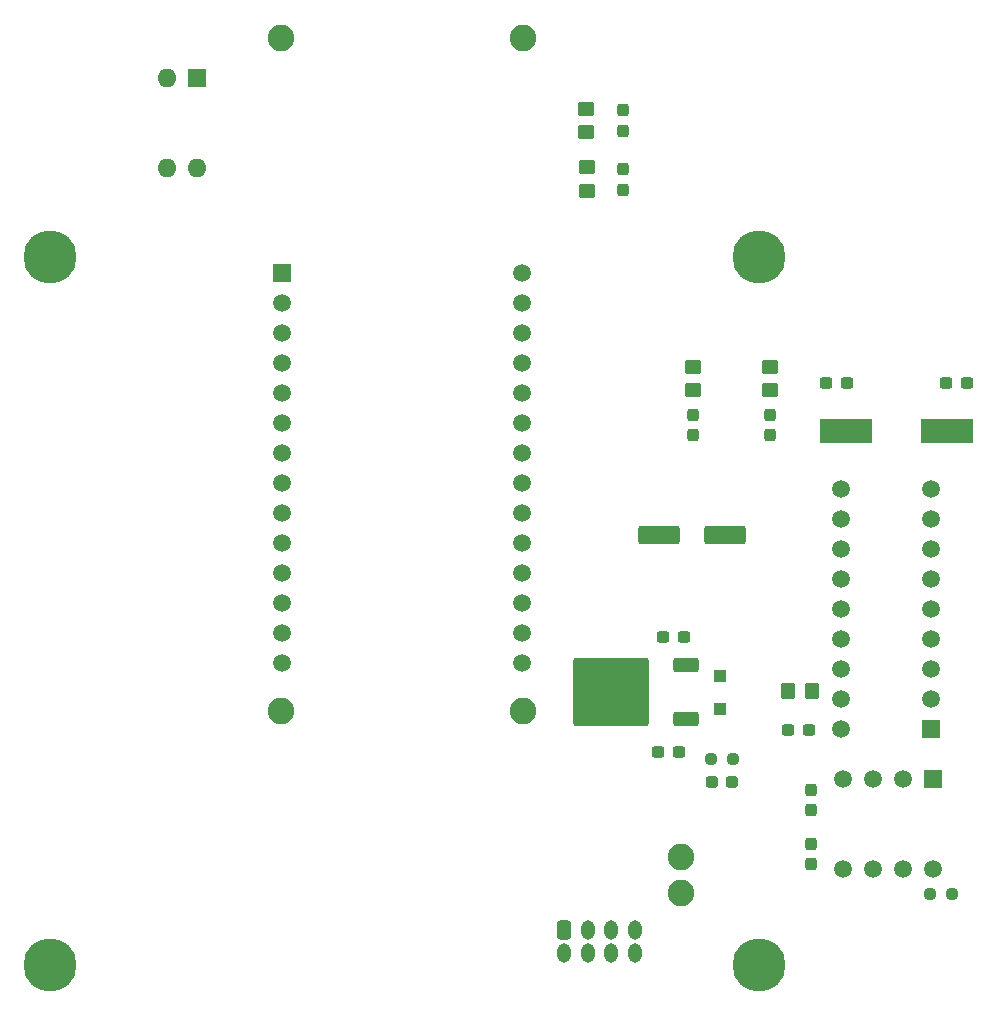
<source format=gbr>
%TF.GenerationSoftware,KiCad,Pcbnew,7.0.1-0*%
%TF.CreationDate,2023-05-25T18:20:17+09:00*%
%TF.ProjectId,AirData,41697244-6174-4612-9e6b-696361645f70,rev?*%
%TF.SameCoordinates,Original*%
%TF.FileFunction,Soldermask,Top*%
%TF.FilePolarity,Negative*%
%FSLAX46Y46*%
G04 Gerber Fmt 4.6, Leading zero omitted, Abs format (unit mm)*
G04 Created by KiCad (PCBNEW 7.0.1-0) date 2023-05-25 18:20:17*
%MOMM*%
%LPD*%
G01*
G04 APERTURE LIST*
G04 Aperture macros list*
%AMRoundRect*
0 Rectangle with rounded corners*
0 $1 Rounding radius*
0 $2 $3 $4 $5 $6 $7 $8 $9 X,Y pos of 4 corners*
0 Add a 4 corners polygon primitive as box body*
4,1,4,$2,$3,$4,$5,$6,$7,$8,$9,$2,$3,0*
0 Add four circle primitives for the rounded corners*
1,1,$1+$1,$2,$3*
1,1,$1+$1,$4,$5*
1,1,$1+$1,$6,$7*
1,1,$1+$1,$8,$9*
0 Add four rect primitives between the rounded corners*
20,1,$1+$1,$2,$3,$4,$5,0*
20,1,$1+$1,$4,$5,$6,$7,0*
20,1,$1+$1,$6,$7,$8,$9,0*
20,1,$1+$1,$8,$9,$2,$3,0*%
G04 Aperture macros list end*
%ADD10C,4.500000*%
%ADD11RoundRect,0.237500X0.300000X0.237500X-0.300000X0.237500X-0.300000X-0.237500X0.300000X-0.237500X0*%
%ADD12RoundRect,0.237500X0.237500X-0.300000X0.237500X0.300000X-0.237500X0.300000X-0.237500X-0.300000X0*%
%ADD13RoundRect,0.250000X-0.450000X0.350000X-0.450000X-0.350000X0.450000X-0.350000X0.450000X0.350000X0*%
%ADD14RoundRect,0.250000X-0.350000X-0.560000X0.350000X-0.560000X0.350000X0.560000X-0.350000X0.560000X0*%
%ADD15O,1.200000X1.650000*%
%ADD16R,4.500000X2.000000*%
%ADD17C,2.250000*%
%ADD18R,1.508000X1.508000*%
%ADD19C,1.508000*%
%ADD20R,1.600000X1.600000*%
%ADD21O,1.600000X1.600000*%
%ADD22R,1.500000X1.500000*%
%ADD23C,1.500000*%
%ADD24RoundRect,0.250000X-1.500000X-0.550000X1.500000X-0.550000X1.500000X0.550000X-1.500000X0.550000X0*%
%ADD25RoundRect,0.237500X0.287500X0.237500X-0.287500X0.237500X-0.287500X-0.237500X0.287500X-0.237500X0*%
%ADD26RoundRect,0.237500X0.237500X-0.287500X0.237500X0.287500X-0.237500X0.287500X-0.237500X-0.287500X0*%
%ADD27RoundRect,0.237500X-0.300000X-0.237500X0.300000X-0.237500X0.300000X0.237500X-0.300000X0.237500X0*%
%ADD28RoundRect,0.237500X-0.237500X0.287500X-0.237500X-0.287500X0.237500X-0.287500X0.237500X0.287500X0*%
%ADD29RoundRect,0.237500X0.250000X0.237500X-0.250000X0.237500X-0.250000X-0.237500X0.250000X-0.237500X0*%
%ADD30RoundRect,0.250000X0.300000X-0.300000X0.300000X0.300000X-0.300000X0.300000X-0.300000X-0.300000X0*%
%ADD31RoundRect,0.250000X0.850000X0.350000X-0.850000X0.350000X-0.850000X-0.350000X0.850000X-0.350000X0*%
%ADD32RoundRect,0.249997X2.950003X2.650003X-2.950003X2.650003X-2.950003X-2.650003X2.950003X-2.650003X0*%
%ADD33RoundRect,0.237500X-0.250000X-0.237500X0.250000X-0.237500X0.250000X0.237500X-0.250000X0.237500X0*%
%ADD34RoundRect,0.250000X-0.350000X-0.450000X0.350000X-0.450000X0.350000X0.450000X-0.350000X0.450000X0*%
G04 APERTURE END LIST*
D10*
%TO.C,REF\u002A\u002A*%
X178500000Y-75000000D03*
%TD*%
D11*
%TO.C,C2*%
X171712500Y-116949432D03*
X169987500Y-116949432D03*
%TD*%
D12*
%TO.C,C3*%
X182917000Y-126462700D03*
X182917000Y-124737700D03*
%TD*%
D13*
%TO.C,R4*%
X179454800Y-84337700D03*
X179454800Y-86337700D03*
%TD*%
D11*
%TO.C,C1*%
X196098500Y-85695432D03*
X194373500Y-85695432D03*
%TD*%
%TO.C,C6*%
X172112500Y-107199432D03*
X170387500Y-107199432D03*
%TD*%
D14*
%TO.C,J1*%
X162000000Y-132000000D03*
D15*
X162000000Y-134000000D03*
X164000000Y-132000000D03*
X164000000Y-134000000D03*
X166000000Y-132000000D03*
X166000000Y-134000000D03*
X168000000Y-132000000D03*
X168000000Y-134000000D03*
%TD*%
D16*
%TO.C,Y1*%
X185906000Y-89759432D03*
X194406000Y-89759432D03*
%TD*%
D10*
%TO.C,REF\u002A\u002A*%
X118500000Y-135000000D03*
%TD*%
D17*
%TO.C,U4*%
X158512500Y-56475000D03*
X138012500Y-56475000D03*
X158512500Y-113475000D03*
X138012500Y-113475000D03*
D18*
X138102500Y-76359800D03*
D19*
X138102500Y-78899800D03*
X138102500Y-81439800D03*
X138102500Y-83979800D03*
X138102500Y-86519800D03*
X138102500Y-89059800D03*
X138102500Y-91599800D03*
X138102500Y-94139800D03*
X138102500Y-96679800D03*
X138102500Y-99219800D03*
X138102500Y-101759800D03*
X138102500Y-104299800D03*
X138102500Y-106839800D03*
X138102500Y-109379800D03*
X158422500Y-109379800D03*
X158422500Y-106839800D03*
X158422500Y-104299800D03*
X158422500Y-101759800D03*
X158422500Y-99219800D03*
X158422500Y-96679800D03*
X158422500Y-94139800D03*
X158422500Y-91599800D03*
X158422500Y-89059800D03*
X158422500Y-86519800D03*
X158422500Y-83979800D03*
X158422500Y-81439800D03*
X158422500Y-78899800D03*
X158422500Y-76359800D03*
%TD*%
D20*
%TO.C,SW1*%
X130950000Y-59874432D03*
D21*
X128410000Y-59874432D03*
X128410000Y-67494432D03*
X130950000Y-67494432D03*
%TD*%
D10*
%TO.C,REF\u002A\u002A*%
X178500000Y-135000000D03*
%TD*%
D13*
%TO.C,R6*%
X163954800Y-67412700D03*
X163954800Y-69412700D03*
%TD*%
D22*
%TO.C,U1*%
X193254800Y-119200200D03*
D23*
X190714800Y-119200200D03*
X188174800Y-119200200D03*
X185634800Y-119200200D03*
X185634800Y-126820200D03*
X188174800Y-126820200D03*
X190714800Y-126820200D03*
X193254800Y-126820200D03*
%TD*%
D13*
%TO.C,R7*%
X163867300Y-62487700D03*
X163867300Y-64487700D03*
%TD*%
D17*
%TO.C,TP1*%
X171900000Y-128875432D03*
%TD*%
D12*
%TO.C,C4*%
X182917000Y-121890432D03*
X182917000Y-120165432D03*
%TD*%
D11*
%TO.C,C5*%
X182699800Y-115100200D03*
X180974800Y-115100200D03*
%TD*%
D17*
%TO.C,TP2*%
X171900000Y-125827432D03*
%TD*%
D24*
%TO.C,C8*%
X170000000Y-98600200D03*
X175600000Y-98600200D03*
%TD*%
D25*
%TO.C,D1*%
X176242300Y-119500200D03*
X174492300Y-119500200D03*
%TD*%
D26*
%TO.C,D2*%
X172954800Y-90125200D03*
X172954800Y-88375200D03*
%TD*%
D10*
%TO.C,REF\u002A\u002A*%
X118500000Y-75000000D03*
%TD*%
D13*
%TO.C,R5*%
X172954800Y-84314432D03*
X172954800Y-86314432D03*
%TD*%
D27*
%TO.C,C7*%
X184213500Y-85695432D03*
X185938500Y-85695432D03*
%TD*%
D26*
%TO.C,D3*%
X179454800Y-90125200D03*
X179454800Y-88375200D03*
%TD*%
D28*
%TO.C,D5*%
X166954800Y-67625200D03*
X166954800Y-69375200D03*
%TD*%
%TO.C,D6*%
X166954800Y-62612700D03*
X166954800Y-64362700D03*
%TD*%
D29*
%TO.C,R2*%
X176279800Y-117500200D03*
X174454800Y-117500200D03*
%TD*%
D22*
%TO.C,U2*%
X193074800Y-115040200D03*
D23*
X193074800Y-112500200D03*
X193074800Y-109960200D03*
X193074800Y-107420200D03*
X193074800Y-104880200D03*
X193074800Y-102340200D03*
X193074800Y-99800200D03*
X193074800Y-97260200D03*
X193074800Y-94720200D03*
X185454800Y-94720200D03*
X185454800Y-97260200D03*
X185454800Y-99800200D03*
X185454800Y-102340200D03*
X185454800Y-104880200D03*
X185454800Y-107420200D03*
X185454800Y-109960200D03*
X185454800Y-112500200D03*
X185454800Y-115040200D03*
%TD*%
D30*
%TO.C,D4*%
X175200000Y-113299432D03*
X175200000Y-110499432D03*
%TD*%
D31*
%TO.C,U3*%
X172300000Y-114179432D03*
D32*
X166000000Y-111899432D03*
D31*
X172300000Y-109619432D03*
%TD*%
D33*
%TO.C,R1*%
X192987500Y-129000000D03*
X194812500Y-129000000D03*
%TD*%
D34*
%TO.C,R3*%
X180962300Y-111790200D03*
X182962300Y-111790200D03*
%TD*%
M02*

</source>
